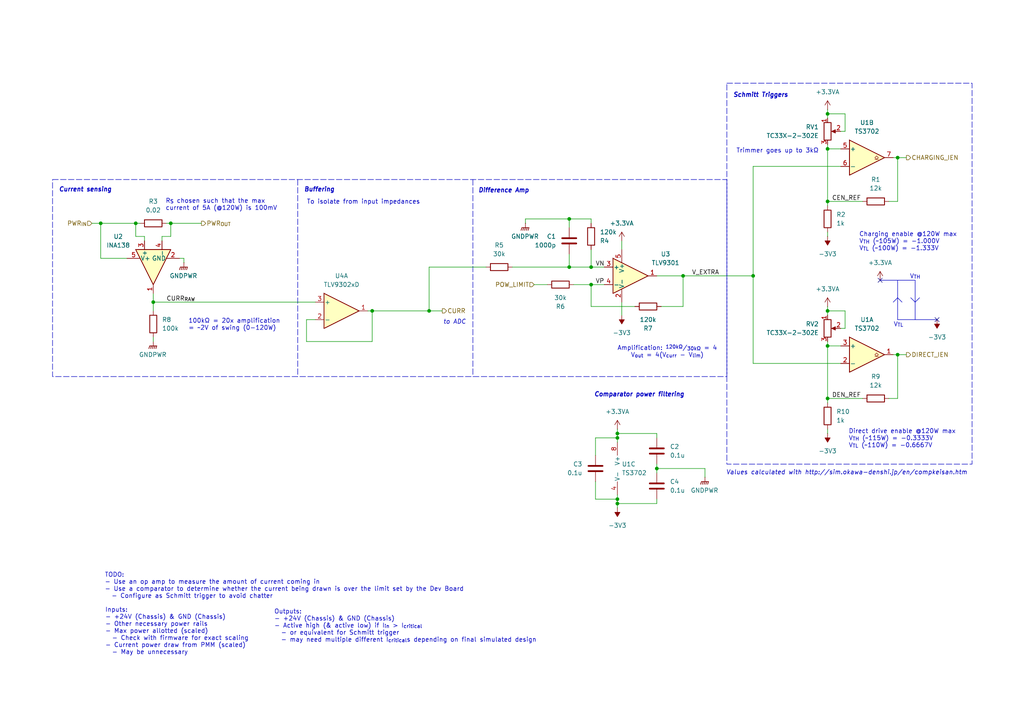
<source format=kicad_sch>
(kicad_sch (version 20250114) (generator "eeschema") (generator_version "9.0")
  (paper "A4")
  (title_block (title "Current Sensing") (date "2025-02-12") (rev "1") (company "UT Robomaster") (comment 1 "Robomaster"))
  (lib_symbols
    (symbol "! Robomaster ICs:TS3902" (pin_names (offset 0.127))
      (property "Reference" "U" (at 3.81 3.81 0))
      (property "Value" "TS3702" (at 6.35 -3.81 0))
      (symbol "TS3902_1_1"
        (polyline (pts (xy -5.08 5.08) (xy 5.08 0) (xy -5.08 -5.08) (xy -5.08 5.08)) (stroke (width 0.254)) (fill (type background)))
        (polyline (pts (xy 3.302 -0.508) (xy 2.794 -0.508) (xy 3.302 0) (xy 2.794 0.508) (xy 2.286 0) (xy 2.794 -0.508) (xy 2.286 -0.508)) (stroke (width 0.127)))
        (pin input line (at -7.62 2.54 0) (length 2.54) (name "+") (number "3"))
        (pin input line (at -7.62 -2.54 0) (length 2.54) (name "-") (number "2"))
        (pin open_collector line (at 7.62 0 180) (length 2.54) (name "~") (number "1"))
      )
      (symbol "TS3902_2_1"
        (polyline (pts (xy -5.08 5.08) (xy 5.08 0) (xy -5.08 -5.08) (xy -5.08 5.08)) (stroke (width 0.254)) (fill (type background)))
        (polyline (pts (xy 3.302 -0.508) (xy 2.794 -0.508) (xy 3.302 0) (xy 2.794 0.508) (xy 2.286 0) (xy 2.794 -0.508) (xy 2.286 -0.508)) (stroke (width 0.127)))
        (pin input line (at -7.62 2.54 0) (length 2.54) (name "+") (number "5"))
        (pin input line (at -7.62 -2.54 0) (length 2.54) (name "-") (number "6"))
        (pin open_collector line (at 7.62 0 180) (length 2.54) (name "~") (number "7"))
      )
      (symbol "TS3902_3_1"
        (pin power_in line (at -2.54 7.62 270) (length 3.81) (name "V+") (number "8"))
        (pin power_in line (at -2.54 -7.62 90) (length 3.81) (name "V-") (number "4"))
      )
    )
    (symbol "Amplifier_Current:INA138" (pin_names (offset 0.127))
      (property "Reference" "U" (at 3.81 5.08 0))
      (property "Value" "INA138" (at 3.81 2.54 0))
      (symbol "INA138_0_1"
        (polyline (pts (xy -5.08 5.08) (xy 5.08 0) (xy -5.08 -5.08) (xy -5.08 5.08)) (stroke (width 0.254)) (fill (type background)))
      )
      (symbol "INA138_1_1"
        (pin input line (at -7.62 2.54 0) (length 2.54) (name "+") (number "3"))
        (pin input line (at -7.62 -2.54 0) (length 2.54) (name "-") (number "4"))
        (pin power_in line (at -2.54 7.62 270) (length 3.81) (name "V+") (number "5"))
        (pin power_in line (at -2.54 -7.62 90) (length 3.81) (name "GND") (number "2"))
        (pin output line (at 7.62 0 180) (length 2.54) (name "~") (number "1"))
      )
    )
    (symbol "Amplifier_Operational:LM321" (pin_names (offset 0.127))
      (property "Reference" "U9" (at 10.16 6.3186 0))
      (property "Value" "TLV9301" (at 10.16 3.7786 0))
      (symbol "LM321_0_1"
        (polyline (pts (xy -5.08 5.08) (xy 5.08 0) (xy -5.08 -5.08) (xy -5.08 5.08)) (stroke (width 0.254)) (fill (type background)))
      )
      (symbol "LM321_1_1"
        (pin input line (at -7.62 2.54 0) (length 2.54) (name "+") (number "3"))
        (pin input line (at -7.62 -2.54 0) (length 2.54) (name "-") (number "4"))
        (pin power_in line (at -2.54 7.62 270) (length 3.81) (name "V+") (number "5"))
        (pin power_in line (at -2.54 -7.62 90) (length 3.81) (name "V-") (number "2"))
        (pin output line (at 7.62 0 180) (length 2.54) (name "~") (number "1"))
      )
    )
    (symbol "Amplifier_Operational:TLV9302xD" (pin_names (offset 0.127))
      (property "Reference" "U" (at 0 5.08 0))
      (property "Value" "TLV9302xD" (at 0 -5.08 0))
      (symbol "TLV9302xD_1_1"
        (polyline (pts (xy -5.08 5.08) (xy 5.08 0) (xy -5.08 -5.08) (xy -5.08 5.08)) (stroke (width 0.254)) (fill (type background)))
        (pin input line (at -7.62 2.54 0) (length 2.54) (name "+") (number "3"))
        (pin input line (at -7.62 -2.54 0) (length 2.54) (name "-") (number "2"))
        (pin output line (at 7.62 0 180) (length 2.54) (name "~") (number "1"))
      )
      (symbol "TLV9302xD_2_1"
        (polyline (pts (xy -5.08 5.08) (xy 5.08 0) (xy -5.08 -5.08) (xy -5.08 5.08)) (stroke (width 0.254)) (fill (type background)))
        (pin input line (at -7.62 2.54 0) (length 2.54) (name "+") (number "5"))
        (pin input line (at -7.62 -2.54 0) (length 2.54) (name "-") (number "6"))
        (pin output line (at 7.62 0 180) (length 2.54) (name "~") (number "7"))
      )
      (symbol "TLV9302xD_3_1"
        (pin power_in line (at -2.54 7.62 270) (length 3.81) (name "V+") (number "8"))
        (pin power_in line (at -2.54 -7.62 90) (length 3.81) (name "V-") (number "4"))
      )
    )
    (symbol "Device:C" (pin_numbers (hide yes)) (pin_names (offset 0.254))
      (property "Reference" "C" (at 0.635 2.54 0))
      (property "Value" "C" (at 0.635 -2.54 0))
      (symbol "C_0_1"
        (polyline (pts (xy -2.032 0.762) (xy 2.032 0.762)) (stroke (width 0.508)))
        (polyline (pts (xy -2.032 -0.762) (xy 2.032 -0.762)) (stroke (width 0.508)))
      )
      (symbol "C_1_1"
        (pin passive line (at 0 3.81 270) (length 2.794) (name "~") (number "1"))
        (pin passive line (at 0 -3.81 90) (length 2.794) (name "~") (number "2"))
      )
    )
    (symbol "Device:R" (pin_numbers (hide yes)) (pin_names (offset 0))
      (property "Reference" "R" (at 2.032 0 90))
      (property "Value" "R" (at 0 0 90))
      (symbol "R_0_1"
        (rectangle (start -1.016 -2.54) (end 1.016 2.54) (stroke (width 0.254)))
      )
      (symbol "R_1_1"
        (pin passive line (at 0 3.81 270) (length 1.27) (name "~") (number "1"))
        (pin passive line (at 0 -3.81 90) (length 1.27) (name "~") (number "2"))
      )
    )
    (symbol "Device:R_Potentiometer" (pin_names (offset 1.016) (hide yes))
      (property "Reference" "RV" (at -4.445 0 90))
      (property "Value" "R_Potentiometer" (at -2.54 0 90))
      (symbol "R_Potentiometer_0_1"
        (rectangle (start 1.016 2.54) (end -1.016 -2.54) (stroke (width 0.254)))
        (polyline (pts (xy 1.143 0) (xy 2.286 0.508) (xy 2.286 -0.508) (xy 1.143 0)) (fill (type outline)))
        (polyline (pts (xy 2.54 0) (xy 1.524 0)))
      )
      (symbol "R_Potentiometer_1_1"
        (pin passive line (at 0 3.81 270) (length 1.27) (name "1") (number "1"))
        (pin passive line (at 0 -3.81 90) (length 1.27) (name "3") (number "3"))
        (pin passive line (at 3.81 0 180) (length 1.27) (name "2") (number "2"))
      )
    )
    (symbol "power:+3.3VA" (power) (pin_numbers (hide yes)) (pin_names (offset 0) (hide yes))
      (property "Value" "+3.3VA" (at 0 3.556 0))
      (symbol "+3.3VA_0_1"
        (polyline (pts (xy -0.762 1.27) (xy 0 2.54)))
        (polyline (pts (xy 0 2.54) (xy 0.762 1.27)))
        (polyline (pts (xy 0 0) (xy 0 2.54)))
      )
      (symbol "+3.3VA_1_1"
        (pin power_in line (at 0 0 90) (length 0) (name "~") (number "1"))
      )
    )
    (symbol "power:-3V3" (power) (pin_numbers (hide yes)) (pin_names (offset 0) (hide yes))
      (property "Value" "-3V3" (at 0 3.556 0))
      (symbol "-3V3_0_0"
        (pin power_in line (at 0 0 90) (length 0) (name "~") (number "1"))
      )
      (symbol "-3V3_0_1"
        (polyline (pts (xy 0 0) (xy 0 1.27) (xy 0.762 1.27) (xy 0 2.54) (xy -0.762 1.27) (xy 0 1.27)) (fill (type outline)))
      )
    )
    (symbol "power:GNDPWR" (power) (pin_numbers (hide yes)) (pin_names (offset 0) (hide yes))
      (property "Value" "GNDPWR" (at 0 -3.302 0))
      (symbol "GNDPWR_0_1"
        (polyline (pts (xy -1.016 -1.27) (xy -1.27 -2.032) (xy -1.27 -2.032)) (stroke (width 0.2032)))
        (polyline (pts (xy -0.508 -1.27) (xy -0.762 -2.032) (xy -0.762 -2.032)) (stroke (width 0.2032)))
        (polyline (pts (xy 0 -1.27) (xy 0 0)))
        (polyline (pts (xy 0 -1.27) (xy -0.254 -2.032) (xy -0.254 -2.032)) (stroke (width 0.2032)))
        (polyline (pts (xy 0.508 -1.27) (xy 0.254 -2.032) (xy 0.254 -2.032)) (stroke (width 0.2032)))
        (polyline (pts (xy 1.016 -1.27) (xy -1.016 -1.27) (xy -1.016 -1.27)) (stroke (width 0.2032)))
        (polyline (pts (xy 1.016 -1.27) (xy 0.762 -2.032) (xy 0.762 -2.032) (xy 0.762 -2.032)) (stroke (width 0.2032)))
      )
      (symbol "GNDPWR_1_1"
        (pin power_in line (at 0 0 270) (length 0) (name "~") (number "1"))
      )
    )
  )
  (rectangle (start 210.82 24.13) (end 281.94 134.62) (stroke (width 0) (type dash)))
  (rectangle (start 15.24 52.07) (end 210.82 109.22) (stroke (width 0) (type dash)))
  (text "Inputs:\n- +24V (Chassis) & GND (Chassis)\n- Other necessary power rails\n- Max power allotted (scaled)\n  - Check with firmware for exact scaling\n- Current power draw from PMM (scaled)\n  - May be unnecessary" (at 30.48 176.276 0) (effects (font (size 1.27 1.27)) (justify left top)))
  (text "Comparator power filtering" (at 185.42 113.792 0) (effects (font (size 1.27 1.27) (thickness 0.254) (bold yes) (italic yes)) (justify top)))
  (text "Values calculated with http://sim.okawa-denshi.jp/en/compkeisan.htm" (at 210.566 136.398 0) (effects (font (size 1.27 1.27) (thickness 0.1588) (italic yes)) (justify left top)))
  (text "Schmitt Triggers" (at 212.598 26.924 0) (effects (font (size 1.27 1.27) (thickness 0.254) (bold yes) (italic yes)) (justify left top)))
  (text "100kΩ = 20x amplification\n= ~2V of swing (0-120W)" (at 54.61 92.456 0) (effects (font (size 1.27 1.27)) (justify left top)))
  (text "V_{TL}" (at 260.604 93.472 0) (effects (font (size 1.27 1.27)) (justify top)))
  (text "Outputs:\n- +24V (Chassis) & GND (Chassis)\n- Active high (& active low) if I_{in} > I_{critical}\n  - or equivalent for Schmitt trigger\n  - may need multiple different I_{critical}s depending on final simulated design" (at 79.502 176.784 0) (effects (font (size 1.27 1.27)) (justify left top)))
  (text "Difference Amp" (at 138.684 54.61 0) (effects (font (size 1.27 1.27) (thickness 0.254) (bold yes) (italic yes)) (justify left top)))
  (text "Trimmer goes up to 3kΩ" (at 237.49 43.815 0) (effects (font (size 1.27 1.27)) (justify right)))
  (text "R_{S} chosen such that the max\ncurrent of 5A (@120W) is 100mV" (at 48.006 59.436 0) (effects (font (size 1.27 1.27)) (justify left)))
  (text "TODO:\n- Use an op amp to measure the amount of current coming in\n- Use a comparator to determine whether the current being drawn is over the limit set by the Dev Board\n  - Configure as Schmitt trigger to avoid chatter" (at 30.353 166.116 0) (effects (font (size 1.27 1.27)) (justify left top)))
  (text "To isolate from input impedances" (at 105.41 57.912 0) (effects (font (size 1.27 1.27) (thickness 0.1588)) (justify top)))
  (text "to ADC" (at 128.524 93.472 0) (effects (font (size 1.27 1.27) (italic yes)) (justify left)))
  (text "Charging enable @120W max\nV_{TH} (~105W) = -1.000V\nV_{TL} (~100W) = -1.333V" (at 249.174 70.104 0) (effects (font (size 1.27 1.27)) (justify left)))
  (text "Buffering" (at 88.138 54.356 0) (effects (font (size 1.27 1.27) (thickness 0.254) (bold yes) (italic yes)) (justify left top)))
  (text "Direct drive enable @120W max\nV_{TH} (~115W) = -0.3333V\nV_{TL} (~110W) = -0.6667V" (at 246.126 127.254 0) (effects (font (size 1.27 1.27)) (justify left)))
  (text "V_{TH}" (at 265.43 81.026 0) (effects (font (size 1.27 1.27)) (justify bottom)))
  (text "Current sensing" (at 17.018 54.356 0) (effects (font (size 1.27 1.27) (thickness 0.254) (bold yes) (italic yes)) (justify left top)))
  (text "Amplification: ^{120kΩ}/_{30kΩ} = 4\nV_{out} = 4(V_{curr} - V_{lim})" (at 193.548 100.33 0) (effects (font (size 1.27 1.27)) (justify top)))
  (junction (at 240.03 33.02))
  (junction (at 124.46 90.17))
  (junction (at 165.1 63.5))
  (junction (at 171.45 82.55))
  (junction (at 165.1 77.47))
  (junction (at 179.07 146.05))
  (junction (at 218.44 80.01))
  (junction (at 44.45 87.63))
  (junction (at 29.21 64.77))
  (junction (at 39.37 64.77))
  (junction (at 240.03 58.42))
  (junction (at 179.07 144.78))
  (junction (at 171.45 77.47))
  (junction (at 240.03 90.17))
  (junction (at 49.53 64.77))
  (junction (at 198.12 80.01))
  (junction (at 240.03 43.18))
  (junction (at 260.35 45.72))
  (junction (at 260.35 102.87))
  (junction (at 240.03 115.57))
  (junction (at 240.03 100.33))
  (junction (at 179.07 125.73))
  (junction (at 179.07 127))
  (junction (at 190.5 135.89))
  (junction (at 107.95 90.17))
  (no_connect (at 255.27 81.28))
  (no_connect (at 271.78 92.71))
  (wire (pts (xy 190.5 137.16) (xy 190.5 135.89)))
  (wire (pts (xy 179.07 146.05) (xy 179.07 147.32)))
  (wire (pts (xy 29.21 64.77) (xy 39.37 64.77)))
  (wire (pts (xy 240.03 58.42) (xy 250.19 58.42)))
  (wire (pts (xy 53.34 74.93) (xy 52.07 74.93)))
  (wire (pts (xy 190.5 146.05) (xy 190.5 144.78)))
  (polyline (pts (xy 86.36 52.07) (xy 86.36 109.22)) (stroke (width 0) (type dash)))
  (wire (pts (xy 240.03 88.9) (xy 240.03 90.17)))
  (wire (pts (xy 171.45 82.55) (xy 171.45 88.9)))
  (wire (pts (xy 260.35 102.87) (xy 260.35 115.57)))
  (wire (pts (xy 152.4 63.5) (xy 152.4 64.77)))
  (wire (pts (xy 171.45 77.47) (xy 171.45 72.39)))
  (wire (pts (xy 179.07 143.51) (xy 179.07 144.78)))
  (wire (pts (xy 154.94 82.55) (xy 158.75 82.55)))
  (wire (pts (xy 257.81 58.42) (xy 260.35 58.42)))
  (wire (pts (xy 124.46 77.47) (xy 124.46 90.17)))
  (wire (pts (xy 53.34 76.2) (xy 53.34 74.93)))
  (wire (pts (xy 48.26 64.77) (xy 49.53 64.77)))
  (wire (pts (xy 172.72 139.7) (xy 172.72 144.78)))
  (wire (pts (xy 148.59 77.47) (xy 165.1 77.47)))
  (wire (pts (xy 179.07 146.05) (xy 190.5 146.05)))
  (wire (pts (xy 190.5 125.73) (xy 179.07 125.73)))
  (wire (pts (xy 240.03 33.02) (xy 245.11 33.02)))
  (wire (pts (xy 218.44 48.26) (xy 218.44 80.01)))
  (wire (pts (xy 259.08 102.87) (xy 260.35 102.87)))
  (wire (pts (xy 44.45 97.79) (xy 44.45 99.06)))
  (polyline (pts (xy 137.16 52.07) (xy 137.16 109.22)) (stroke (width 0) (type dash)))
  (wire (pts (xy 46.99 68.58) (xy 46.99 69.85)))
  (wire (pts (xy 190.5 135.89) (xy 190.5 134.62)))
  (wire (pts (xy 240.03 58.42) (xy 240.03 59.69)))
  (wire (pts (xy 245.11 38.1) (xy 243.84 38.1)))
  (wire (pts (xy 166.37 82.55) (xy 171.45 82.55)))
  (wire (pts (xy 190.5 127) (xy 190.5 125.73)))
  (wire (pts (xy 240.03 33.02) (xy 240.03 34.29)))
  (wire (pts (xy 240.03 41.91) (xy 240.03 43.18)))
  (wire (pts (xy 165.1 77.47) (xy 171.45 77.47)))
  (wire (pts (xy 172.72 144.78) (xy 179.07 144.78)))
  (wire (pts (xy 107.95 90.17) (xy 106.68 90.17)))
  (wire (pts (xy 179.07 127) (xy 179.07 128.27)))
  (wire (pts (xy 40.64 64.77) (xy 39.37 64.77)))
  (wire (pts (xy 245.11 90.17) (xy 245.11 95.25)))
  (wire (pts (xy 240.03 90.17) (xy 245.11 90.17)))
  (wire (pts (xy 49.53 64.77) (xy 49.53 68.58)))
  (wire (pts (xy 26.67 64.77) (xy 29.21 64.77)))
  (wire (pts (xy 107.95 90.17) (xy 124.46 90.17)))
  (wire (pts (xy 240.03 115.57) (xy 250.19 115.57)))
  (wire (pts (xy 218.44 80.01) (xy 218.44 105.41)))
  (wire (pts (xy 107.95 99.06) (xy 107.95 90.17)))
  (wire (pts (xy 44.45 87.63) (xy 91.44 87.63)))
  (wire (pts (xy 240.03 43.18) (xy 240.03 58.42)))
  (wire (pts (xy 165.1 63.5) (xy 165.1 66.04)))
  (wire (pts (xy 240.03 43.18) (xy 243.84 43.18)))
  (wire (pts (xy 180.34 72.39) (xy 180.34 69.85)))
  (wire (pts (xy 29.21 74.93) (xy 29.21 64.77)))
  (wire (pts (xy 260.35 45.72) (xy 262.89 45.72)))
  (wire (pts (xy 49.53 64.77) (xy 58.42 64.77)))
  (wire (pts (xy 179.07 125.73) (xy 179.07 127)))
  (polyline (pts (xy 264.16 86.36) (xy 265.43 87.63)))
  (wire (pts (xy 171.45 77.47) (xy 175.26 77.47)))
  (wire (pts (xy 171.45 63.5) (xy 171.45 64.77)))
  (wire (pts (xy 165.1 73.66) (xy 165.1 77.47)))
  (wire (pts (xy 44.45 87.63) (xy 44.45 90.17)))
  (wire (pts (xy 39.37 68.58) (xy 41.91 68.58)))
  (polyline (pts (xy 259.08 87.63) (xy 260.35 86.36)))
  (wire (pts (xy 180.34 87.63) (xy 180.34 91.44)))
  (wire (pts (xy 36.83 74.93) (xy 29.21 74.93)))
  (wire (pts (xy 240.03 31.75) (xy 240.03 33.02)))
  (wire (pts (xy 88.9 92.71) (xy 88.9 99.06)))
  (wire (pts (xy 44.45 85.09) (xy 44.45 87.63)))
  (wire (pts (xy 240.03 100.33) (xy 240.03 115.57)))
  (wire (pts (xy 218.44 48.26) (xy 243.84 48.26)))
  (wire (pts (xy 198.12 88.9) (xy 198.12 80.01)))
  (wire (pts (xy 257.81 115.57) (xy 260.35 115.57)))
  (wire (pts (xy 240.03 115.57) (xy 240.03 116.84)))
  (wire (pts (xy 49.53 68.58) (xy 46.99 68.58)))
  (wire (pts (xy 204.47 135.89) (xy 190.5 135.89)))
  (wire (pts (xy 245.11 95.25) (xy 243.84 95.25)))
  (wire (pts (xy 240.03 67.31) (xy 240.03 68.58)))
  (wire (pts (xy 41.91 68.58) (xy 41.91 69.85)))
  (wire (pts (xy 88.9 99.06) (xy 107.95 99.06)))
  (wire (pts (xy 171.45 88.9) (xy 184.15 88.9)))
  (wire (pts (xy 152.4 63.5) (xy 165.1 63.5)))
  (wire (pts (xy 260.35 45.72) (xy 260.35 58.42)))
  (polyline (pts (xy 260.35 81.28) (xy 260.35 92.71)))
  (wire (pts (xy 191.77 88.9) (xy 198.12 88.9)))
  (wire (pts (xy 171.45 82.55) (xy 175.26 82.55)))
  (wire (pts (xy 124.46 90.17) (xy 128.27 90.17)))
  (polyline (pts (xy 255.27 81.28) (xy 265.43 81.28)))
  (wire (pts (xy 190.5 80.01) (xy 198.12 80.01)))
  (wire (pts (xy 172.72 127) (xy 172.72 132.08)))
  (polyline (pts (xy 260.35 92.71) (xy 271.78 92.71)))
  (wire (pts (xy 259.08 45.72) (xy 260.35 45.72)))
  (polyline (pts (xy 265.43 81.28) (xy 265.43 92.71)))
  (wire (pts (xy 260.35 102.87) (xy 262.89 102.87)))
  (wire (pts (xy 179.07 124.46) (xy 179.07 125.73)))
  (wire (pts (xy 240.03 124.46) (xy 240.03 125.73)))
  (wire (pts (xy 240.03 99.06) (xy 240.03 100.33)))
  (wire (pts (xy 179.07 127) (xy 172.72 127)))
  (wire (pts (xy 240.03 100.33) (xy 243.84 100.33)))
  (wire (pts (xy 240.03 90.17) (xy 240.03 91.44)))
  (wire (pts (xy 165.1 63.5) (xy 171.45 63.5)))
  (wire (pts (xy 218.44 105.41) (xy 243.84 105.41)))
  (wire (pts (xy 39.37 68.58) (xy 39.37 64.77)))
  (wire (pts (xy 91.44 92.71) (xy 88.9 92.71)))
  (wire (pts (xy 124.46 77.47) (xy 140.97 77.47)))
  (polyline (pts (xy 265.43 87.63) (xy 266.7 86.36)))
  (wire (pts (xy 204.47 138.43) (xy 204.47 135.89)))
  (polyline (pts (xy 260.35 86.36) (xy 261.62 87.63)))
  (wire (pts (xy 179.07 144.78) (xy 179.07 146.05)))
  (wire (pts (xy 198.12 80.01) (xy 218.44 80.01)))
  (wire (pts (xy 245.11 33.02) (xy 245.11 38.1)))
  (label "V_EXTRA" (at 200.66 80.01 0))
  (label "VN" (at 172.72 77.47 0))
  (label "CEN_REF" (at 241.3 58.42 0))
  (label "DEN_REF" (at 241.3 115.57 0))
  (label "CURR_{RAW}" (at 48.26 87.63 0))
  (label "VP" (at 172.72 82.55 0))
  (hierarchical_label "DIRECT_IEN" (shape output) (at 262.89 102.87 0))
  (hierarchical_label "CURR" (shape output) (at 128.27 90.17 0))
  (hierarchical_label "PWR_{OUT}" (shape output) (at 58.42 64.77 0))
  (hierarchical_label "CHARGING_IEN" (shape output) (at 262.89 45.72 0))
  (hierarchical_label "PWR_{IN}" (shape input) (at 26.67 64.77 180))
  (hierarchical_label "POW_LIMIT" (shape input) (at 154.94 82.55 180) (effects (font (thickness 0.1588))))
  (symbol (lib_id "Device:R") (at 44.45 64.77 90) (unit 1)
    (property "Reference" "R3" (at 44.45 58.42 90))
    (property "Value" "0.02" (at 44.45 60.96 90))
    (property "Footprint" "Resistor_SMD:R_0805_2012Metric_Pad1.20x1.40mm_HandSolder" (effects (hide yes)))
    (property "Description" "Resistor" (effects (hide yes)))
    (property "Mouser Part Number" "504-MFSA0805R0200FIM" (effects (hide yes)))
  )
  (symbol (lib_id "Device:R_Potentiometer") (at 240.03 38.1 0) (unit 1)
    (property "Reference" "RV1" (at 237.49 36.8299 0) (effects (justify right)))
    (property "Value" "TC33X-2-302E" (at 237.49 39.3699 0) (effects (justify right)))
    (property "Footprint" "Potentiometer_SMD:Potentiometer_Bourns_TC33X_Vertical" (effects (hide yes)))
    (property "Datasheet" "https://www.mouser.com/datasheet/2/54/tc33-778219.pdf" (effects (hide yes)))
    (property "Description" "Potentiometer" (effects (hide yes)))
    (property "Mouser Part Number" "652-TC33X-2-302E" (effects (hide yes)))
  )
  (symbol (lib_id "power:+3.3VA") (at 179.07 124.46 0) (unit 1)
    (property "Reference" "#PWR025" (effects (hide yes)))
    (property "Value" "+3.3VA" (at 179.07 119.38 0))
    (property "Description" "Power symbol creates a global label with name \"+3.3VA\"" (effects (hide yes)))
  )
  (symbol (lib_id "Device:R_Potentiometer") (at 240.03 95.25 0) (unit 1)
    (property "Reference" "RV2" (at 237.49 93.9799 0) (effects (justify right)))
    (property "Value" "TC33X-2-302E" (at 237.49 96.5199 0) (effects (justify right)))
    (property "Footprint" "Potentiometer_SMD:Potentiometer_Bourns_TC33X_Vertical" (effects (hide yes)))
    (property "Datasheet" "https://www.mouser.com/datasheet/2/54/tc33-778219.pdf" (effects (hide yes)))
    (property "Description" "Potentiometer" (effects (hide yes)))
    (property "Mouser Part Number" "652-TC33X-2-302E" (effects (hide yes)))
  )
  (symbol (lib_id "power:-3V3") (at 180.34 91.44 0) (mirror x) (unit 1)
    (property "Reference" "#PWR022" (effects (hide yes)))
    (property "Value" "-3V3" (at 180.34 96.52 0))
    (property "Description" "Power symbol creates a global label with name \"-3V3\"" (effects (hide yes)))
  )
  (symbol (lib_id "power:+3.3VA") (at 255.27 81.28 0) (unit 1)
    (property "Reference" "#PWR020" (effects (hide yes)))
    (property "Value" "+3.3VA" (at 255.27 76.2 0))
    (property "Description" "Power symbol creates a global label with name \"+3.3VA\"" (effects (hide yes)))
  )
  (symbol (lib_id "Device:R") (at 171.45 68.58 0) (mirror x) (unit 1)
    (property "Reference" "R4" (at 173.99 69.8501 0) (effects (justify left)))
    (property "Value" "120k" (at 173.99 67.3101 0) (effects (justify left)))
    (property "Description" "Resistor" (effects (hide yes)))
  )
  (symbol (lib_id "power:+3.3VA") (at 180.34 69.85 0) (unit 1)
    (property "Reference" "#PWR018" (effects (hide yes)))
    (property "Value" "+3.3VA" (at 180.34 64.77 0))
    (property "Description" "Power symbol creates a global label with name \"+3.3VA\"" (effects (hide yes)))
  )
  (symbol (lib_id "power:GNDPWR") (at 204.47 138.43 0) (unit 1)
    (property "Reference" "#PWR027" (effects (hide yes)))
    (property "Value" "GNDPWR" (at 204.343 142.24 0))
    (property "Description" "Power symbol creates a global label with name \"GNDPWR\" , global ground" (effects (hide yes)))
  )
  (symbol (lib_id "Device:C") (at 165.1 69.85 0) (unit 1)
    (property "Reference" "C1" (at 161.29 68.5799 0) (effects (justify right)))
    (property "Value" "1000p" (at 161.29 71.1199 0) (effects (justify right)))
    (property "Footprint" "Capacitor_SMD:C_0603_1608Metric_Pad1.08x0.95mm_HandSolder" (effects (hide yes)))
    (property "Description" "Unpolarized capacitor" (effects (hide yes)))
    (property "Mouser Part Number" "791-0402B393K250CT" (effects (hide yes)))
  )
  (symbol (lib_id "Device:C") (at 190.5 130.81 180) (unit 1)
    (property "Reference" "C2" (at 194.31 129.5399 0) (effects (justify right)))
    (property "Value" "0.1u" (at 194.31 132.0799 0) (effects (justify right)))
    (property "Footprint" "Capacitor_SMD:C_0603_1608Metric_Pad1.08x0.95mm_HandSolder" (effects (hide yes)))
    (property "Description" "Unpolarized capacitor" (effects (hide yes)))
  )
  (symbol (lib_id "power:-3V3") (at 240.03 68.58 0) (mirror x) (unit 1)
    (property "Reference" "#PWR017" (effects (hide yes)))
    (property "Value" "-3V3" (at 240.03 73.66 0))
    (property "Description" "Power symbol creates a global label with name \"-3V3\"" (effects (hide yes)))
  )
  (symbol (lib_id "! Robomaster ICs:TS3902") (at 251.46 102.87 0) (unit 1)
    (property "Reference" "U1" (at 251.46 92.71 0))
    (property "Value" "TS3702" (at 251.46 95.25 0))
    (property "Footprint" "Package_SO:SOIC-8_3.9x4.9mm_P1.27mm" (effects (hide yes)))
    (property "Datasheet" "https://www.mouser.com/datasheet/2/389/ts3702-1852552.pdf" (effects (hide yes)))
    (property "Description" "Micropower dual CMOS voltage comparator" (effects (hide yes)))
  )
  (symbol (lib_id "Device:R") (at 187.96 88.9 90) (mirror x) (unit 1)
    (property "Reference" "R7" (at 187.96 95.25 90))
    (property "Value" "120k" (at 187.96 92.71 90))
    (property "Footprint" "Resistor_SMD:R_0603_1608Metric_Pad0.98x0.95mm_HandSolder" (effects (hide yes)))
    (property "Description" "Resistor" (effects (hide yes)))
  )
  (symbol (lib_id "Device:C") (at 172.72 135.89 0) (mirror x) (unit 1)
    (property "Reference" "C3" (at 168.91 134.6199 0) (effects (justify right)))
    (property "Value" "0.1u" (at 168.91 137.1599 0) (effects (justify right)))
    (property "Footprint" "Capacitor_SMD:C_0603_1608Metric_Pad1.08x0.95mm_HandSolder" (effects (hide yes)))
    (property "Description" "Unpolarized capacitor" (effects (hide yes)))
  )
  (symbol (lib_id "Device:R") (at 144.78 77.47 90) (unit 1)
    (property "Reference" "R5" (at 144.78 71.12 90))
    (property "Value" "30k" (at 144.78 73.66 90))
    (property "Footprint" "Resistor_SMD:R_0603_1608Metric_Pad0.98x0.95mm_HandSolder" (effects (hide yes)))
    (property "Description" "Resistor" (effects (hide yes)))
    (property "Mouser Part Number" "71-CRCW0603-26.1K-E3" (effects (hide yes)))
  )
  (symbol (lib_id "power:-3V3") (at 179.07 147.32 0) (mirror x) (unit 1)
    (property "Reference" "#PWR028" (effects (hide yes)))
    (property "Value" "-3V3" (at 179.07 152.4 0))
    (property "Description" "Power symbol creates a global label with name \"-3V3\"" (effects (hide yes)))
  )
  (symbol (lib_id "Device:R") (at 254 58.42 90) (unit 1)
    (property "Reference" "R1" (at 254 52.07 90))
    (property "Value" "12k" (at 254 54.61 90))
    (property "Footprint" "Resistor_SMD:R_0603_1608Metric_Pad0.98x0.95mm_HandSolder" (effects (hide yes)))
    (property "Description" "Resistor" (effects (hide yes)))
  )
  (symbol (lib_id "power:-3V3") (at 240.03 125.73 0) (mirror x) (unit 1)
    (property "Reference" "#PWR026" (effects (hide yes)))
    (property "Value" "-3V3" (at 240.03 130.81 0))
    (property "Description" "Power symbol creates a global label with name \"-3V3\"" (effects (hide yes)))
  )
  (symbol (lib_id "Amplifier_Operational:TLV9302xD") (at 99.06 90.17 0) (unit 1)
    (property "Reference" "U4" (at 99.06 80.01 0))
    (property "Value" "TLV9302xD" (at 99.06 82.55 0))
    (property "Footprint" "Package_SO:SOIC-8_3.9x4.9mm_P1.27mm" (effects (hide yes)))
    (property "Datasheet" "https://www.ti.com/lit/ds/symlink/tlv9302.pdf" (effects (hide yes)))
    (property "Description" "40-V, 1-MHz, RRO Operational Amplifiers for Cost-Sensitive Systems, SOIC-8" (effects (hide yes)))
    (property "Mouser Part Number" "595-LM2903DR" (effects (hide yes)))
  )
  (symbol (lib_id "Device:R") (at 240.03 120.65 0) (unit 1)
    (property "Reference" "R10" (at 242.57 119.3799 0) (effects (justify left)))
    (property "Value" "1k" (at 242.57 121.9199 0) (effects (justify left)))
    (property "Footprint" "Resistor_SMD:R_0603_1608Metric_Pad0.98x0.95mm_HandSolder" (effects (hide yes)))
    (property "Description" "Resistor" (effects (hide yes)))
  )
  (symbol (lib_id "Device:R") (at 44.45 93.98 0) (unit 1)
    (property "Reference" "R8" (at 46.99 92.7099 0) (effects (justify left)))
    (property "Value" "100k" (at 46.99 95.2499 0) (effects (justify left)))
    (property "Footprint" "Resistor_SMD:R_0603_1608Metric_Pad0.98x0.95mm_HandSolder" (effects (hide yes)))
    (property "Description" "Resistor" (effects (hide yes)))
  )
  (symbol (lib_id "Device:R") (at 240.03 63.5 0) (unit 1)
    (property "Reference" "R2" (at 242.57 62.2299 0) (effects (justify left)))
    (property "Value" "1k" (at 242.57 64.7699 0) (effects (justify left)))
    (property "Footprint" "Resistor_SMD:R_0603_1608Metric_Pad0.98x0.95mm_HandSolder" (effects (hide yes)))
    (property "Description" "Resistor" (effects (hide yes)))
  )
  (symbol (lib_id "power:+3.3VA") (at 240.03 31.75 0) (unit 1)
    (property "Reference" "#PWR015" (effects (hide yes)))
    (property "Value" "+3.3VA" (at 240.03 26.67 0))
    (property "Description" "Power symbol creates a global label with name \"+3.3VA\"" (effects (hide yes)))
  )
  (symbol (lib_id "Device:R") (at 254 115.57 90) (unit 1)
    (property "Reference" "R9" (at 254 109.22 90))
    (property "Value" "12k" (at 254 111.76 90))
    (property "Footprint" "Resistor_SMD:R_0603_1608Metric_Pad0.98x0.95mm_HandSolder" (effects (hide yes)))
    (property "Description" "Resistor" (effects (hide yes)))
  )
  (symbol (lib_id "Amplifier_Current:INA138") (at 44.45 77.47 90) (mirror x) (unit 1)
    (property "Reference" "U2" (at 34.29 68.6114 90))
    (property "Value" "INA138" (at 34.29 71.1514 90))
    (property "Footprint" "Package_TO_SOT_SMD:SOT-23_Handsoldering" (effects (hide yes)))
    (property "Datasheet" "http://www.ti.com/lit/ds/symlink/ina138.pdf" (effects (hide yes)))
    (property "Description" "High-Side Measurement Current Shunt Monitor, 36V, SOT-23-5" (effects (hide yes)))
  )
  (symbol (lib_id "Device:R") (at 162.56 82.55 90) (mirror x) (unit 1)
    (property "Reference" "R6" (at 162.56 88.9 90))
    (property "Value" "30k" (at 162.56 86.36 90))
    (property "Footprint" "Resistor_SMD:R_0603_1608Metric_Pad0.98x0.95mm_HandSolder" (effects (hide yes)))
    (property "Description" "Resistor" (effects (hide yes)))
  )
  (symbol (lib_id "power:-3V3") (at 271.78 92.71 0) (mirror x) (unit 1)
    (property "Reference" "#PWR023" (effects (hide yes)))
    (property "Value" "-3V3" (at 271.78 97.79 0))
    (property "Description" "Power symbol creates a global label with name \"-3V3\"" (effects (hide yes)))
  )
  (symbol (lib_id "! Robomaster ICs:TS3902") (at 181.61 135.89 0) (unit 3)
    (property "Reference" "U1" (at 180.34 134.6199 0) (effects (justify left)))
    (property "Value" "TS3702" (at 180.34 137.1599 0) (effects (justify left)))
    (property "Footprint" "Package_SO:SOIC-8_3.9x4.9mm_P1.27mm" (effects (hide yes)))
    (property "Datasheet" "https://www.mouser.com/datasheet/2/389/ts3702-1852552.pdf" (effects (hide yes)))
    (property "Description" "Micropower dual CMOS voltage comparator" (effects (hide yes)))
  )
  (symbol (lib_id "Amplifier_Operational:LM321") (at 182.88 80.01 0) (unit 1)
    (property "Reference" "U3" (at 193.04 73.6914 0))
    (property "Value" "TLV9301" (at 193.04 76.2314 0))
    (property "Footprint" "Package_TO_SOT_SMD:SOT-23-5_HandSoldering" (effects (hide yes)))
    (property "Datasheet" "https://www.ti.com/lit/ds/symlink/tlv9301.pdf?ts=1740262716708" (effects (hide yes)))
    (property "Description" "Low Power Single Operational Amplifier, SOT-23-5" (effects (hide yes)))
    (property "Mouser Part Number" "595-TLV9301IDCKR" (effects (hide yes)))
  )
  (symbol (lib_id "power:GNDPWR") (at 44.45 99.06 0) (unit 1)
    (property "Reference" "#PWR024" (effects (hide yes)))
    (property "Value" "GNDPWR" (at 44.323 102.87 0))
    (property "Description" "Power symbol creates a global label with name \"GNDPWR\" , global ground" (effects (hide yes)))
  )
  (symbol (lib_id "Device:C") (at 190.5 140.97 180) (unit 1)
    (property "Reference" "C4" (at 194.31 139.6999 0) (effects (justify right)))
    (property "Value" "0.1u" (at 194.31 142.2399 0) (effects (justify right)))
    (property "Footprint" "Capacitor_SMD:C_0603_1608Metric_Pad1.08x0.95mm_HandSolder" (effects (hide yes)))
    (property "Description" "Unpolarized capacitor" (effects (hide yes)))
  )
  (symbol (lib_id "power:GNDPWR") (at 53.34 76.2 0) (unit 1)
    (property "Reference" "#PWR019" (effects (hide yes)))
    (property "Value" "GNDPWR" (at 53.213 80.01 0))
    (property "Description" "Power symbol creates a global label with name \"GNDPWR\" , global ground" (effects (hide yes)))
  )
  (symbol (lib_id "power:+3.3VA") (at 240.03 88.9 0) (unit 1)
    (property "Reference" "#PWR021" (effects (hide yes)))
    (property "Value" "+3.3VA" (at 240.03 83.82 0))
    (property "Description" "Power symbol creates a global label with name \"+3.3VA\"" (effects (hide yes)))
  )
  (symbol (lib_id "! Robomaster ICs:TS3902") (at 251.46 45.72 0) (unit 2)
    (property "Reference" "U1" (at 251.46 35.56 0))
    (property "Value" "TS3702" (at 251.46 38.1 0))
    (property "Footprint" "Package_SO:SOIC-8_3.9x4.9mm_P1.27mm" (effects (hide yes)))
    (property "Datasheet" "https://www.mouser.com/datasheet/2/389/ts3702-1852552.pdf" (effects (hide yes)))
    (property "Description" "Micropower dual CMOS voltage comparator" (effects (hide yes)))
  )
  (symbol (lib_id "power:GNDPWR") (at 152.4 64.77 0) (unit 1)
    (property "Reference" "#PWR016" (effects (hide yes)))
    (property "Value" "GNDPWR" (at 152.273 68.58 0))
    (property "Description" "Power symbol creates a global label with name \"GNDPWR\" , global ground" (effects (hide yes)))
  )
)
</source>
